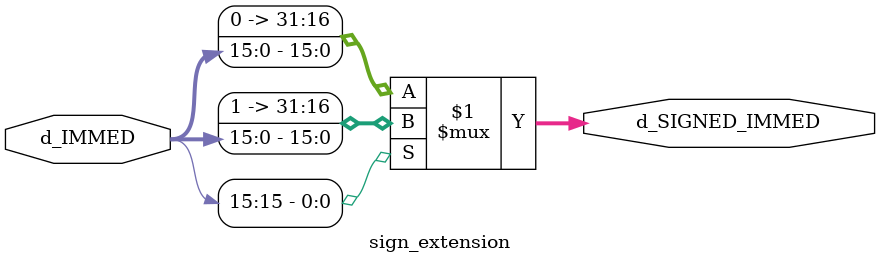
<source format=v>
`timescale 1ns / 1ps


module sign_extension
/*** PARAMETERS ***/
#(parameter
    // WL
    DATA_WL     = 32,
    IMMED_WL    = 16
)
/*** IN/OUT ***/
(
    // IN
    input signed [IMMED_WL - 1 : 0]        d_IMMED,
    // OUT
    output signed [DATA_WL - 1 : 0]        d_SIGNED_IMMED
);
    
    // arithmetic shifting a concatenation doesn't work
    // couldn't find a way to identify the operation as signed data
    // so hard coding the sign extension 
    assign d_SIGNED_IMMED = (d_IMMED[IMMED_WL - 1]) ? {16'b1111111111111111, d_IMMED}: {16'b0000000000000000, d_IMMED};
endmodule

</source>
